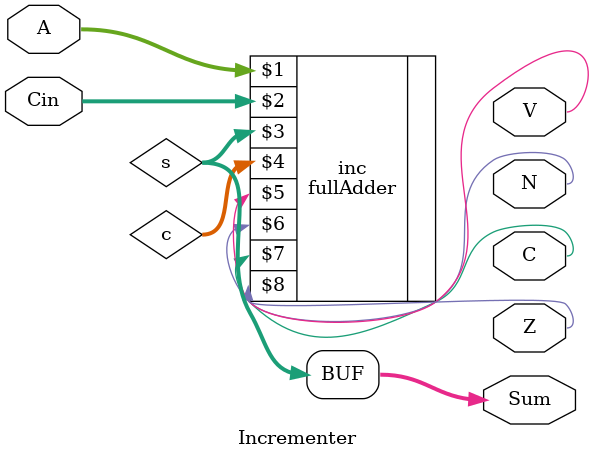
<source format=sv>
module Incrementer (input logic[2:0] A, Cin, output logic[2:0] Sum, output logic V, N, C, Z);
    wire[2:0] s, c;

    fullAdder inc(A, Cin,s,c,V, N, C, Z);

    assign Sum = s;
endmodule

</source>
